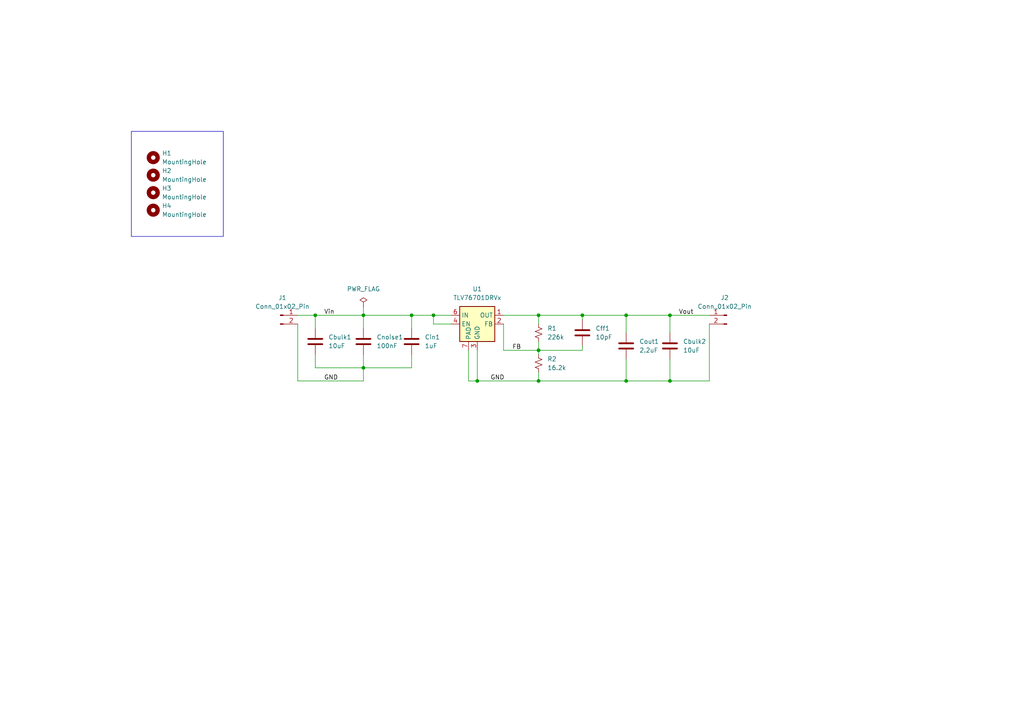
<source format=kicad_sch>
(kicad_sch (version 20250114) (generator "eeschema") (generator_version "9.0")
  (paper "A4")
  (lib_symbols
    (symbol "Connector:Conn_01x02_Pin" (pin_names (offset 1.016) (hide yes))
      (property "Reference" "J" (at 0 2.54 0))
      (property "Value" "Conn_01x02_Pin" (at 0 -5.08 0))
      (symbol "Conn_01x02_Pin_1_1"
        (rectangle (start 0.8636 0.127) (end 0 -0.127) (stroke (width 0.1524)) (fill (type outline)))
        (rectangle (start 0.8636 -2.413) (end 0 -2.667) (stroke (width 0.1524)) (fill (type outline)))
        (polyline (pts (xy 1.27 0) (xy 0.8636 0)) (stroke (width 0.1524)))
        (polyline (pts (xy 1.27 -2.54) (xy 0.8636 -2.54)) (stroke (width 0.1524)))
        (pin passive line (at 5.08 0 180) (length 3.81) (name "Pin_1") (number "1"))
        (pin passive line (at 5.08 -2.54 180) (length 3.81) (name "Pin_2") (number "2"))
      )
    )
    (symbol "Device:C" (pin_numbers (hide yes)) (pin_names (offset 0.254))
      (property "Reference" "C" (at 0.635 2.54 0))
      (property "Value" "C" (at 0.635 -2.54 0))
      (symbol "C_0_1"
        (polyline (pts (xy -2.032 0.762) (xy 2.032 0.762)) (stroke (width 0.508)))
        (polyline (pts (xy -2.032 -0.762) (xy 2.032 -0.762)) (stroke (width 0.508)))
      )
      (symbol "C_1_1"
        (pin passive line (at 0 3.81 270) (length 2.794) (name "~") (number "1"))
        (pin passive line (at 0 -3.81 90) (length 2.794) (name "~") (number "2"))
      )
    )
    (symbol "Device:R_Small_US" (pin_numbers (hide yes)) (pin_names (offset 0.254) (hide yes))
      (property "Reference" "R" (at 0.762 0.508 0))
      (property "Value" "R_Small_US" (at 0.762 -1.016 0))
      (symbol "R_Small_US_1_1"
        (polyline (pts (xy 0 1.524) (xy 1.016 1.143) (xy 0 0.762) (xy -1.016 0.381) (xy 0 0)))
        (polyline (pts (xy 0 0) (xy 1.016 -0.381) (xy 0 -0.762) (xy -1.016 -1.143) (xy 0 -1.524)))
        (pin passive line (at 0 2.54 270) (length 1.016) (name "~") (number "1"))
        (pin passive line (at 0 -2.54 90) (length 1.016) (name "~") (number "2"))
      )
    )
    (symbol "Mechanical:MountingHole" (pin_names (offset 1.016)) (in_bom no)
      (property "Reference" "H" (at 0 5.08 0))
      (property "Value" "MountingHole" (at 0 3.175 0))
      (symbol "MountingHole_0_1"
        (circle (center 0 0) (radius 1.27) (stroke (width 1.27)))
      )
    )
    (symbol "Regulator_Linear:TLV76701DRVx"
      (property "Reference" "U1" (at 0 10.16 0))
      (property "Value" "TLV76701DRVx" (at 0 7.62 0))
      (symbol "TLV76701DRVx_0_1"
        (rectangle (start -5.08 -5.08) (end 5.08 5.08) (stroke (width 0.254)) (fill (type background)))
      )
      (symbol "TLV76701DRVx_1_1"
        (pin power_in line (at -7.62 2.54 0) (length 2.54) (name "IN") (number "6"))
        (pin input line (at -7.62 0 0) (length 2.54) (name "EN") (number "4"))
        (pin passive line (at -2.54 -7.62 90) (length 2.54) (name "PAD") (number "7"))
        (pin passive line (at 0 -7.62 90) (length 2.54) (name "GND") (number "3"))
        (pin passive line (at 0 -7.62 90) (length 2.54) (hide yes) (name "GND") (number "5"))
        (pin power_out line (at 7.62 2.54 180) (length 2.54) (name "OUT") (number "1"))
        (pin input line (at 7.62 0 180) (length 2.54) (name "FB") (number "2"))
      )
    )
    (symbol "power:PWR_FLAG" (power) (pin_numbers (hide yes)) (pin_names (offset 0) (hide yes))
      (property "Value" "PWR_FLAG" (at 0 3.81 0))
      (symbol "PWR_FLAG_0_0"
        (pin power_out line (at 0 0 90) (length 0) (name "~") (number "1"))
      )
      (symbol "PWR_FLAG_0_1"
        (polyline (pts (xy 0 0) (xy 0 1.27) (xy -1.016 1.905) (xy 0 2.54) (xy 1.016 1.905) (xy 0 1.27)))
      )
    )
  )
  (rectangle (start 38.1 38.1) (end 64.77 68.58))
  (junction (at 156.21 101.6))
  (junction (at 125.73 91.44))
  (junction (at 119.38 91.44))
  (junction (at 156.21 110.49))
  (junction (at 105.41 106.68))
  (junction (at 168.91 91.44))
  (junction (at 194.31 110.49))
  (junction (at 156.21 91.44))
  (junction (at 181.61 110.49))
  (junction (at 181.61 91.44))
  (junction (at 105.41 91.44))
  (junction (at 91.44 91.44))
  (junction (at 138.43 110.49))
  (junction (at 194.31 91.44))
  (wire (pts (xy 91.44 106.68) (xy 105.41 106.68)))
  (wire (pts (xy 105.41 91.44) (xy 105.41 95.25)))
  (wire (pts (xy 194.31 91.44) (xy 205.74 91.44)))
  (wire (pts (xy 194.31 110.49) (xy 181.61 110.49)))
  (wire (pts (xy 86.36 93.98) (xy 86.36 110.49)))
  (wire (pts (xy 125.73 91.44) (xy 130.81 91.44)))
  (wire (pts (xy 138.43 110.49) (xy 156.21 110.49)))
  (wire (pts (xy 125.73 93.98) (xy 125.73 91.44)))
  (wire (pts (xy 105.41 91.44) (xy 119.38 91.44)))
  (wire (pts (xy 156.21 91.44) (xy 168.91 91.44)))
  (wire (pts (xy 135.89 110.49) (xy 138.43 110.49)))
  (wire (pts (xy 105.41 88.9) (xy 105.41 91.44)))
  (wire (pts (xy 135.89 101.6) (xy 135.89 110.49)))
  (wire (pts (xy 146.05 91.44) (xy 156.21 91.44)))
  (wire (pts (xy 130.81 93.98) (xy 125.73 93.98)))
  (wire (pts (xy 138.43 101.6) (xy 138.43 110.49)))
  (wire (pts (xy 205.74 93.98) (xy 205.74 110.49)))
  (wire (pts (xy 194.31 91.44) (xy 194.31 96.52)))
  (wire (pts (xy 119.38 91.44) (xy 119.38 95.25)))
  (wire (pts (xy 105.41 106.68) (xy 119.38 106.68)))
  (wire (pts (xy 181.61 104.14) (xy 181.61 110.49)))
  (wire (pts (xy 119.38 91.44) (xy 125.73 91.44)))
  (wire (pts (xy 156.21 101.6) (xy 168.91 101.6)))
  (wire (pts (xy 181.61 96.52) (xy 181.61 91.44)))
  (wire (pts (xy 105.41 106.68) (xy 105.41 102.87)))
  (wire (pts (xy 91.44 106.68) (xy 91.44 102.87)))
  (wire (pts (xy 91.44 91.44) (xy 105.41 91.44)))
  (wire (pts (xy 86.36 110.49) (xy 105.41 110.49)))
  (wire (pts (xy 146.05 101.6) (xy 156.21 101.6)))
  (wire (pts (xy 194.31 110.49) (xy 205.74 110.49)))
  (wire (pts (xy 156.21 91.44) (xy 156.21 93.98)))
  (wire (pts (xy 146.05 93.98) (xy 146.05 101.6)))
  (wire (pts (xy 119.38 106.68) (xy 119.38 102.87)))
  (wire (pts (xy 156.21 101.6) (xy 156.21 102.87)))
  (wire (pts (xy 168.91 91.44) (xy 181.61 91.44)))
  (wire (pts (xy 156.21 107.95) (xy 156.21 110.49)))
  (wire (pts (xy 194.31 104.14) (xy 194.31 110.49)))
  (wire (pts (xy 168.91 92.71) (xy 168.91 91.44)))
  (wire (pts (xy 86.36 91.44) (xy 91.44 91.44)))
  (wire (pts (xy 105.41 106.68) (xy 105.41 110.49)))
  (wire (pts (xy 156.21 99.06) (xy 156.21 101.6)))
  (wire (pts (xy 91.44 91.44) (xy 91.44 95.25)))
  (wire (pts (xy 156.21 110.49) (xy 181.61 110.49)))
  (wire (pts (xy 181.61 91.44) (xy 194.31 91.44)))
  (wire (pts (xy 168.91 101.6) (xy 168.91 100.33)))
  (label "FB" (at 148.59 101.6 0))
  (label "Vout" (at 196.85 91.44 0))
  (label "GND" (at 93.98 110.49 0))
  (label "GND" (at 142.24 110.49 0))
  (label "Vin" (at 93.98 91.44 0))
  (symbol (lib_id "Mechanical:MountingHole") (at 44.45 60.96 0) (unit 1) (in_bom no)
    (property "Reference" "H4" (at 46.99 59.6899 0) (effects (justify left)))
    (property "Value" "MountingHole" (at 46.99 62.2299 0) (effects (justify left)))
    (property "Footprint" "MountingHole:MountingHole_2.1mm" (effects (hide yes)))
    (property "Description" "Mounting Hole without connection" (effects (hide yes)))
  )
  (symbol (lib_id "Device:C") (at 194.31 100.33 0) (unit 1)
    (property "Reference" "Cbulk2" (at 198.12 99.0599 0) (effects (justify left)))
    (property "Value" "10uF" (at 198.12 101.5999 0) (effects (justify left)))
    (property "Footprint" "Capacitor_SMD:C_1210_3225Metric" (effects (hide yes)))
    (property "Description" "Unpolarized capacitor" (effects (hide yes)))
  )
  (symbol (lib_id "Mechanical:MountingHole") (at 44.45 45.72 0) (unit 1) (in_bom no)
    (property "Reference" "H1" (at 46.99 44.4499 0) (effects (justify left)))
    (property "Value" "MountingHole" (at 46.99 46.9899 0) (effects (justify left)))
    (property "Footprint" "MountingHole:MountingHole_2.1mm" (effects (hide yes)))
    (property "Description" "Mounting Hole without connection" (effects (hide yes)))
  )
  (symbol (lib_id "Mechanical:MountingHole") (at 44.45 50.8 0) (unit 1) (in_bom no)
    (property "Reference" "H2" (at 46.99 49.5299 0) (effects (justify left)))
    (property "Value" "MountingHole" (at 46.99 52.0699 0) (effects (justify left)))
    (property "Footprint" "MountingHole:MountingHole_2.1mm" (effects (hide yes)))
    (property "Description" "Mounting Hole without connection" (effects (hide yes)))
  )
  (symbol (lib_id "Device:R_Small_US") (at 156.21 105.41 0) (unit 1)
    (property "Reference" "R2" (at 158.75 104.1399 0) (effects (justify left)))
    (property "Value" "16.2k" (at 158.75 106.6799 0) (effects (justify left)))
    (property "Footprint" "Resistor_SMD:R_0805_2012Metric" (effects (hide yes)))
    (property "Description" "Resistor, small US symbol" (effects (hide yes)))
  )
  (symbol (lib_id "Connector:Conn_01x02_Pin") (at 81.28 91.44 0) (unit 1)
    (property "Reference" "J1" (at 81.915 86.36 0))
    (property "Value" "Conn_01x02_Pin" (at 81.915 88.9 0))
    (property "Footprint" "Connector_PinHeader_2.54mm:PinHeader_1x02_P2.54mm_Vertical" (effects (hide yes)))
    (property "Description" "Generic connector, single row, 01x02, script generated" (effects (hide yes)))
  )
  (symbol (lib_id "power:PWR_FLAG") (at 105.41 88.9 0) (unit 1)
    (property "Reference" "#FLG01" (effects (hide yes)))
    (property "Value" "PWR_FLAG" (at 105.41 83.82 0))
    (property "Description" "Special symbol for telling ERC where power comes from" (effects (hide yes)))
  )
  (symbol (lib_id "Mechanical:MountingHole") (at 44.45 55.88 0) (unit 1) (in_bom no)
    (property "Reference" "H3" (at 46.99 54.6099 0) (effects (justify left)))
    (property "Value" "MountingHole" (at 46.99 57.1499 0) (effects (justify left)))
    (property "Footprint" "MountingHole:MountingHole_2.1mm" (effects (hide yes)))
    (property "Description" "Mounting Hole without connection" (effects (hide yes)))
  )
  (symbol (lib_id "Connector:Conn_01x02_Pin") (at 210.82 91.44 0) (mirror y) (unit 1)
    (property "Reference" "J2" (at 210.185 86.36 0))
    (property "Value" "Conn_01x02_Pin" (at 210.185 88.9 0))
    (property "Footprint" "Connector_PinHeader_2.54mm:PinHeader_1x02_P2.54mm_Vertical" (effects (hide yes)))
    (property "Description" "Generic connector, single row, 01x02, script generated" (effects (hide yes)))
  )
  (symbol (lib_id "Device:R_Small_US") (at 156.21 96.52 0) (unit 1)
    (property "Reference" "R1" (at 158.75 95.2499 0) (effects (justify left)))
    (property "Value" "226k" (at 158.75 97.7899 0) (effects (justify left)))
    (property "Footprint" "Resistor_SMD:R_0805_2012Metric" (effects (hide yes)))
    (property "Description" "Resistor, small US symbol" (effects (hide yes)))
  )
  (symbol (lib_id "Device:C") (at 181.61 100.33 0) (unit 1)
    (property "Reference" "Cout1" (at 185.42 99.0599 0) (effects (justify left)))
    (property "Value" "2.2uF" (at 185.42 101.5999 0) (effects (justify left)))
    (property "Footprint" "Capacitor_SMD:C_0805_2012Metric" (effects (hide yes)))
    (property "Description" "Unpolarized capacitor" (effects (hide yes)))
  )
  (symbol (lib_id "Device:C") (at 119.38 99.06 0) (unit 1)
    (property "Reference" "Cin1" (at 123.19 97.7899 0) (effects (justify left)))
    (property "Value" "1uF" (at 123.19 100.3299 0) (effects (justify left)))
    (property "Footprint" "Capacitor_SMD:C_0805_2012Metric" (effects (hide yes)))
    (property "Description" "Unpolarized capacitor" (effects (hide yes)))
  )
  (symbol (lib_id "Regulator_Linear:TLV76701DRVx") (at 138.43 93.98 0) (unit 1)
    (property "Reference" "U1" (at 138.43 83.82 0))
    (property "Value" "TLV76701DRVx" (at 138.43 86.36 0))
    (property "Footprint" "Package_SON:WSON-6-1EP_2x2mm_P0.65mm_EP1x1.6mm_ThermalVias" (effects (hide yes)))
    (property "Datasheet" "www.ti.com/lit/gpn/TLV767" (effects (hide yes)))
    (property "Description" "1A, 16V Precision Linear Voltage Regulator, with enable pin, Adjustable Output 0.8-13.6V, WSON-6" (effects (hide yes)))
  )
  (symbol (lib_id "Device:C") (at 105.41 99.06 0) (unit 1)
    (property "Reference" "Cnoise1" (at 109.22 97.7899 0) (effects (justify left)))
    (property "Value" "100nF" (at 109.22 100.3299 0) (effects (justify left)))
    (property "Footprint" "Capacitor_SMD:C_0603_1608Metric" (effects (hide yes)))
    (property "Description" "Unpolarized capacitor" (effects (hide yes)))
  )
  (symbol (lib_id "Device:C") (at 168.91 96.52 0) (unit 1)
    (property "Reference" "Cff1" (at 172.72 95.2499 0) (effects (justify left)))
    (property "Value" "10pF" (at 172.72 97.7899 0) (effects (justify left)))
    (property "Footprint" "Capacitor_SMD:C_0603_1608Metric" (effects (hide yes)))
    (property "Description" "Unpolarized capacitor" (effects (hide yes)))
  )
  (symbol (lib_id "Device:C") (at 91.44 99.06 0) (unit 1)
    (property "Reference" "Cbulk1" (at 95.25 97.7899 0) (effects (justify left)))
    (property "Value" "10uF" (at 95.25 100.3299 0) (effects (justify left)))
    (property "Footprint" "Capacitor_SMD:C_1210_3225Metric" (effects (hide yes)))
    (property "Description" "Unpolarized capacitor" (effects (hide yes)))
  )
)
</source>
